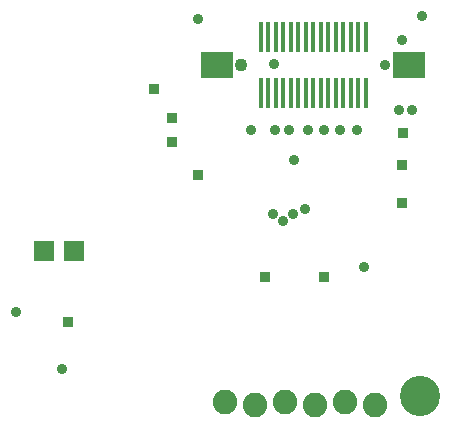
<source format=gbs>
G75*
%MOIN*%
%OFA0B0*%
%FSLAX24Y24*%
%IPPOS*%
%LPD*%
%AMOC8*
5,1,8,0,0,1.08239X$1,22.5*
%
%ADD10C,0.1340*%
%ADD11C,0.0820*%
%ADD12R,0.1064X0.0867*%
%ADD13R,0.0157X0.1004*%
%ADD14C,0.0434*%
%ADD15C,0.0356*%
%ADD16C,0.0360*%
%ADD17R,0.0671X0.0671*%
%ADD18R,0.0360X0.0360*%
D10*
X017272Y001341D03*
D11*
X015788Y001052D03*
X014788Y001152D03*
X013788Y001052D03*
X012788Y001152D03*
X011788Y001052D03*
X010788Y001152D03*
D12*
X010525Y012365D03*
X016933Y012365D03*
D13*
X015479Y013290D03*
X015229Y013290D03*
X014979Y013290D03*
X014729Y013290D03*
X014479Y013290D03*
X014229Y013290D03*
X013979Y013290D03*
X013729Y013290D03*
X013479Y013290D03*
X013229Y013290D03*
X012979Y013290D03*
X012729Y013290D03*
X012479Y013290D03*
X012229Y013290D03*
X011979Y013290D03*
X011979Y011440D03*
X012229Y011440D03*
X012479Y011440D03*
X012729Y011440D03*
X012979Y011440D03*
X013229Y011440D03*
X013479Y011440D03*
X013729Y011440D03*
X013979Y011440D03*
X014229Y011440D03*
X014479Y011440D03*
X014729Y011440D03*
X014979Y011440D03*
X015229Y011440D03*
X015479Y011440D03*
D14*
X011328Y012365D03*
D15*
X016129Y012365D03*
D16*
X003823Y004125D03*
X005347Y002247D03*
X012371Y007408D03*
X012717Y007164D03*
X013048Y007388D03*
X013465Y007562D03*
X013095Y009211D03*
X012934Y010199D03*
X012441Y010199D03*
X011646Y010199D03*
X013556Y010199D03*
X014087Y010199D03*
X014623Y010199D03*
X015182Y010199D03*
X016587Y010853D03*
X017024Y010853D03*
X016693Y013191D03*
X017363Y014018D03*
X012402Y012404D03*
X009882Y013900D03*
X015434Y005632D03*
D17*
X005737Y006160D03*
X004737Y006160D03*
D18*
X005556Y003810D03*
X009882Y008703D03*
X009004Y009806D03*
X009004Y010593D03*
X008414Y011577D03*
X012107Y005302D03*
X014095Y005317D03*
X016693Y007758D03*
X016690Y009034D03*
X016705Y010097D03*
M02*

</source>
